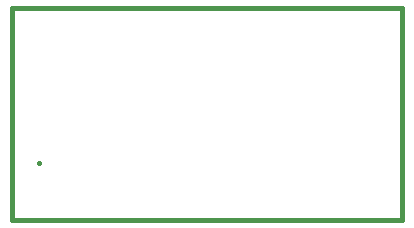
<source format=gbr>
G04 (created by PCBNEW (2013-07-07 BZR 4022)-stable) date 2015/9/10 11:53:31*
%MOIN*%
G04 Gerber Fmt 3.4, Leading zero omitted, Abs format*
%FSLAX34Y34*%
G01*
G70*
G90*
G04 APERTURE LIST*
%ADD10C,0.00590551*%
%ADD11C,0.015*%
G04 APERTURE END LIST*
G54D10*
G54D11*
X930Y-5187D02*
G75*
G03X930Y-5187I0J0D01*
G74*
G01*
X929Y-5187D02*
X930Y-5187D01*
X930Y-5186D02*
X930Y-5187D01*
X13031Y0D02*
X13031Y-7087D01*
X13032Y0D02*
X39Y0D01*
X39Y-7087D02*
X13032Y-7087D01*
X39Y-6693D02*
X39Y-7087D01*
X39Y0D02*
X39Y-6693D01*
M02*

</source>
